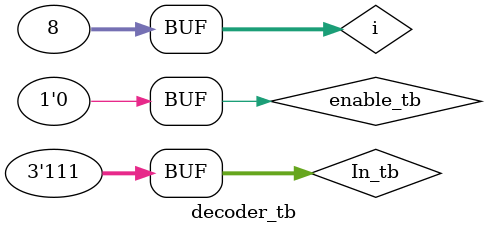
<source format=v>
module decoder_tb();
reg[2:0] In_tb;
reg enable_tb;
wire [7:0] Out_tb;
integer i;

decoder uut(.In(In_tb), .enable(enable_tb), .Out(Out_tb));

initial begin
    In_tb = 0;
    enable_tb = 1;
    for (i=1;i<8;i=i+1)
        #100 In_tb = i[2:0];
        
    #100
    In_tb = 0;
    enable_tb = 0;
    for (i=1;i<8;i=i+1)
        #100 In_tb = i[2:0];
        
        end

endmodule

</source>
